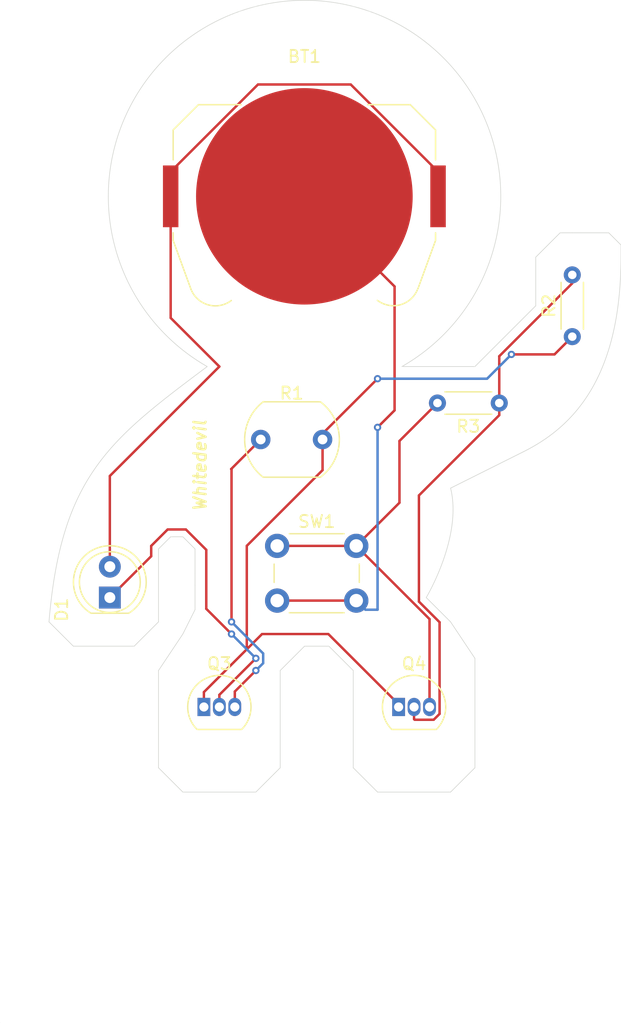
<source format=kicad_pcb>
(kicad_pcb (version 20241229) (generator "pcbnew") (generator_version "9.0")
  (layers (0 "F.Cu" signal) (2 "B.Cu" signal) (13 "F.Paste" user) (15 "B.Paste" user) (5 "F.SilkS" user "F.Silkscreen") (7 "B.SilkS" user "B.Silkscreen") (1 "F.Mask" user) (3 "B.Mask" user) (25 "Edge.Cuts" user))
  (net 0 "")
  (net 1 "Net-(BT1-+)")
  (net 2 "Net-(D1-K)")
  (net 3 "Net-(BT1--)")
  (net 4 "Net-(Q3-C)")
  (net 5 "Net-(Q3-E)")
  (net 6 "Net-(Q4-C)")
  (net 7 "Net-(Q4-B)")
  (footprint "Package_TO_SOT_THT:TO-92_Inline" (layer "F.Cu") (at 147.73 108)
    (property "Reference" "Q3" (at 1.27 -3.56 0) (layer "F.SilkS"))
    (property "Value" "2N3904")
    (fp_line (start -0.53 1.85) (end 3.07 1.85) (stroke (width 0.12)) (layer "F.SilkS"))
    (fp_arc (start -0.568478 1.838478) (mid -1.132087 -0.994977) (end 1.27 -2.6) (stroke (width 0.12)) (layer "F.SilkS"))
    (fp_arc (start 1.27 -2.6) (mid 3.672087 -0.994977) (end 3.108478 1.838478) (stroke (width 0.12)) (layer "F.SilkS"))
    (pad "1" thru_hole rect (at 0 0) (size 1.05 1.5) (drill 0.75) (layers "*.Cu" "*.Mask") (net 5 "Net-(Q3-E)"))
    (pad "2" thru_hole oval (at 1.27 0) (size 1.05 1.5) (drill 0.75) (layers "*.Cu" "*.Mask") (net 2 "Net-(D1-K)"))
    (pad "3" thru_hole oval (at 2.54 0) (size 1.05 1.5) (drill 0.75) (layers "*.Cu" "*.Mask") (net 4 "Net-(Q3-C)"))
  )
  (footprint "Resistor_THT:R_Axial_DIN0204_L3.6mm_D1.6mm_P5.08mm_Horizontal" (layer "F.Cu") (at 172 83 180)
    (property "Reference" "R3" (at 2.54 -1.92 0) (layer "F.SilkS"))
    (property "Value" "R")
    (fp_line (start 0.62 0.92) (end 4.46 0.92) (stroke (width 0.12)) (layer "F.SilkS"))
    (fp_line (start 0.62 -0.92) (end 4.46 -0.92) (stroke (width 0.12)) (layer "F.SilkS"))
    (pad "1" thru_hole circle (at 0 0 180) (size 1.4 1.4) (drill 0.7) (layers "*.Cu" "*.Mask") (net 7 "Net-(Q4-B)"))
    (pad "2" thru_hole oval (at 5.08 0 180) (size 1.4 1.4) (drill 0.7) (layers "*.Cu" "*.Mask") (net 6 "Net-(Q4-C)"))
  )
  (footprint "LED_THT:LED_D5.0mm" (layer "F.Cu") (at 140 99 90)
    (property "Reference" "D1" (at -1 -3.96 90) (layer "F.SilkS"))
    (property "Value" "LED")
    (fp_line (start -1.29 -1.545) (end -1.29 1.545) (stroke (width 0.12)) (layer "F.SilkS"))
    (fp_arc (start -1.29 -1.54483) (mid 2.071756 -2.880501) (end 4.26 -0.000048) (stroke (width 0.12)) (layer "F.SilkS"))
    (fp_arc (start 4.26 0.000048) (mid 2.071756 2.880501) (end -1.29 1.54483) (stroke (width 0.12)) (layer "F.SilkS"))
    (fp_circle (center 1.27 0) (end 3.77 0) (stroke (width 0.12)) (fill no) (layer "F.SilkS"))
    (pad "1" thru_hole rect (at 0 0 90) (size 1.8 1.8) (drill 0.9) (layers "*.Cu" "*.Mask") (net 2 "Net-(D1-K)"))
    (pad "2" thru_hole circle (at 2.54 0 90) (size 1.8 1.8) (drill 0.9) (layers "*.Cu" "*.Mask") (net 1 "Net-(BT1-+)"))
  )
  (footprint "Resistor_THT:R_Axial_DIN0204_L3.6mm_D1.6mm_P5.08mm_Horizontal" (layer "F.Cu") (at 178 77.54 90)
    (property "Reference" "R2" (at 2.54 -1.92 90) (layer "F.SilkS"))
    (property "Value" "R")
    (fp_line (start 0.62 -0.92) (end 4.46 -0.92) (stroke (width 0.12)) (layer "F.SilkS"))
    (fp_line (start 0.62 0.92) (end 4.46 0.92) (stroke (width 0.12)) (layer "F.SilkS"))
    (pad "1" thru_hole circle (at 0 0 90) (size 1.4 1.4) (drill 0.7) (layers "*.Cu" "*.Mask") (net 5 "Net-(Q3-E)"))
    (pad "2" thru_hole oval (at 5.08 0 90) (size 1.4 1.4) (drill 0.7) (layers "*.Cu" "*.Mask") (net 7 "Net-(Q4-B)"))
  )
  (footprint "Button_Switch_THT:SW_PUSH_6mm" (layer "F.Cu") (at 153.75 94.75)
    (property "Reference" "SW1" (at 3.25 -2 0) (layer "F.SilkS"))
    (property "Value" "SW_DIP_x01")
    (fp_line (start -0.25 1.5) (end -0.25 3) (stroke (width 0.12)) (layer "F.SilkS"))
    (fp_line (start 1 5.5) (end 5.5 5.5) (stroke (width 0.12)) (layer "F.SilkS"))
    (fp_line (start 5.5 -1) (end 1 -1) (stroke (width 0.12)) (layer "F.SilkS"))
    (fp_line (start 6.75 3) (end 6.75 1.5) (stroke (width 0.12)) (layer "F.SilkS"))
    (pad "1" thru_hole circle (at 0 0 90) (size 2 2) (drill 1.1) (layers "*.Cu" "*.Mask") (net 6 "Net-(Q4-C)"))
    (pad "1" thru_hole circle (at 6.5 0 90) (size 2 2) (drill 1.1) (layers "*.Cu" "*.Mask") (net 6 "Net-(Q4-C)"))
    (pad "2" thru_hole circle (at 0 4.5 90) (size 2 2) (drill 1.1) (layers "*.Cu" "*.Mask") (net 3 "Net-(BT1--)"))
    (pad "2" thru_hole circle (at 6.5 4.5 90) (size 2 2) (drill 1.1) (layers "*.Cu" "*.Mask") (net 3 "Net-(BT1--)"))
  )
  (footprint "OptoDevice:R_LDR_7x6mm_P5.1mm_Vertical" (layer "F.Cu") (at 152.4 86)
    (property "Reference" "R1" (at 2.54 -3.81 0) (layer "F.SilkS"))
    (property "Value" "LDR03")
    (fp_line (start 0.2 -3.1) (end 4.9 -3.1) (stroke (width 0.12)) (layer "F.SilkS"))
    (fp_line (start 0.2 3.1) (end 4.9 3.1) (stroke (width 0.12)) (layer "F.SilkS"))
    (fp_arc (start 0.2 3.1) (mid -1.320423 -0.016888) (end 0.226796 -3.120561) (stroke (width 0.12)) (layer "F.SilkS"))
    (fp_arc (start 4.9 -3.1) (mid 6.460049 0.00492) (end 4.89209 3.105853) (stroke (width 0.12)) (layer "F.SilkS"))
    (pad "1" thru_hole circle (at 0 0) (size 1.6 1.6) (drill 0.8) (layers "*.Cu" "*.Mask") (net 4 "Net-(Q3-C)"))
    (pad "2" thru_hole circle (at 5.08 0) (size 1.6 1.6) (drill 0.8) (layers "*.Cu" "*.Mask") (net 5 "Net-(Q3-E)"))
  )
  (footprint "Battery:BatteryHolder_Keystone_3034_1x20mm" (layer "F.Cu") (at 155.985 66)
    (property "Reference" "BT1" (at 0 -11.5 0) (layer "F.SilkS"))
    (property "Value" "Battery_Cell")
    (fp_line (start -10.78 -5.46) (end -10.78 -3) (stroke (width 0.12)) (layer "F.SilkS"))
    (fp_line (start -10.78 3) (end -10.78 3.63) (stroke (width 0.12)) (layer "F.SilkS"))
    (fp_line (start -10.78 3.63) (end -9.34 7.58) (stroke (width 0.12)) (layer "F.SilkS"))
    (fp_line (start -8.7 -7.54) (end -10.78 -5.46) (stroke (width 0.12)) (layer "F.SilkS"))
    (fp_line (start -5.2 -7.54) (end -8.7 -7.54) (stroke (width 0.12)) (layer "F.SilkS"))
    (fp_line (start 8.7 -7.54) (end 5.2 -7.54) (stroke (width 0.12)) (layer "F.SilkS"))
    (fp_line (start 8.7 -7.54) (end 10.78 -5.46) (stroke (width 0.12)) (layer "F.SilkS"))
    (fp_line (start 10.78 -5.46) (end 10.78 -3) (stroke (width 0.12)) (layer "F.SilkS"))
    (fp_line (start 10.78 3) (end 10.78 3.63) (stroke (width 0.12)) (layer "F.SilkS"))
    (fp_line (start 10.78 3.63) (end 9.34 7.58) (stroke (width 0.12)) (layer "F.SilkS"))
    (fp_arc (start -6.003354 8.56653) (mid -7.921654 8.918738) (end -9.34 7.58) (stroke (width 0.12)) (layer "F.SilkS"))
    (fp_arc (start 9.325243 7.588169) (mid 7.90634 8.911668) (end 6 8.55) (stroke (width 0.12)) (layer "F.SilkS"))
    (pad "1" smd rect (at -10.985 0) (size 1.27 5.08) (layers "F.Cu" "F.Mask" "F.Paste") (net 1 "Net-(BT1-+)"))
    (pad "1" smd rect (at 10.985 0) (size 1.27 5.08) (layers "F.Cu" "F.Mask" "F.Paste") (net 1 "Net-(BT1-+)"))
    (pad "2" smd circle (at 0 0) (size 17.8 17.8) (layers "F.Cu" "F.Mask") (net 3 "Net-(BT1--)"))
  )
  (footprint "Package_TO_SOT_THT:TO-92_Inline" (layer "F.Cu") (at 163.73 108)
    (property "Reference" "Q4" (at 1.27 -3.56 0) (layer "F.SilkS"))
    (property "Value" "2N3904")
    (fp_line (start -0.53 1.85) (end 3.07 1.85) (stroke (width 0.12)) (layer "F.SilkS"))
    (fp_arc (start -0.568478 1.838478) (mid -1.132087 -0.994977) (end 1.27 -2.6) (stroke (width 0.12)) (layer "F.SilkS"))
    (fp_arc (start 1.27 -2.6) (mid 3.672087 -0.994977) (end 3.108478 1.838478) (stroke (width 0.12)) (layer "F.SilkS"))
    (pad "1" thru_hole rect (at 0 0) (size 1.05 1.5) (drill 0.75) (layers "*.Cu" "*.Mask") (net 5 "Net-(Q3-E)"))
    (pad "2" thru_hole oval (at 1.27 0) (size 1.05 1.5) (drill 0.75) (layers "*.Cu" "*.Mask") (net 7 "Net-(Q4-B)"))
    (pad "3" thru_hole oval (at 2.54 0) (size 1.05 1.5) (drill 0.75) (layers "*.Cu" "*.Mask") (net 6 "Net-(Q4-C)"))
  )
  (gr_line (start 170 104) (end 170 113) (stroke (width 0.05)) (layer "Edge.Cuts"))
  (gr_line (start 146 115) (end 152 115) (stroke (width 0.05)) (layer "Edge.Cuts"))
  (gr_arc (start 148 80) (mid 156 49.875485) (end 164 79.999999) (stroke (width 0.05)) (layer "Edge.Cuts"))
  (gr_line (start 169 80) (end 167.649111 80) (stroke (width 0.05)) (layer "Edge.Cuts"))
  (gr_line (start 170 80) (end 169 80) (stroke (width 0.05)) (layer "Edge.Cuts"))
  (gr_line (start 144 95) (end 145 94) (stroke (width 0.05)) (layer "Edge.Cuts"))
  (gr_line (start 174 76) (end 172 78) (stroke (width 0.05)) (layer "Edge.Cuts"))
  (gr_line (start 137 103) (end 142 103) (stroke (width 0.05)) (layer "Edge.Cuts"))
  (gr_line (start 182 71) (end 182 70) (stroke (width 0.05)) (layer "Edge.Cuts"))
  (gr_line (start 181 69) (end 178 69) (stroke (width 0.05)) (layer "Edge.Cuts"))
  (gr_line (start 158 103) (end 160 105) (stroke (width 0.05)) (layer "Edge.Cuts"))
  (gr_line (start 147 98) (end 147 100) (stroke (width 0.05)) (layer "Edge.Cuts"))
  (gr_line (start 152 115) (end 154 113) (stroke (width 0.05)) (layer "Edge.Cuts"))
  (gr_line (start 154 113) (end 154 105) (stroke (width 0.05)) (layer "Edge.Cuts"))
  (gr_line (start 172 78) (end 170 80) (stroke (width 0.05)) (layer "Edge.Cuts"))
  (gr_line (start 147 97) (end 147 98) (stroke (width 0.05)) (layer "Edge.Cuts"))
  (gr_line (start 176 70) (end 175 71) (stroke (width 0.05)) (layer "Edge.Cuts"))
  (gr_line (start 155 104) (end 156 103) (stroke (width 0.05)) (layer "Edge.Cuts"))
  (gr_line (start 160 113) (end 162 115) (stroke (width 0.05)) (layer "Edge.Cuts"))
  (gr_curve (pts (xy 131 134) (xy 131 134) (xy 131 134) (xy 131 134)) (stroke (width 0.05)) (layer "Edge.Cuts"))
  (gr_curve (pts (xy 168 90) (xy 169 94) (xy 166 99) (xy 166 99)) (stroke (width 0.05)) (layer "Edge.Cuts"))
  (gr_line (start 175 71) (end 175 75) (stroke (width 0.05)) (layer "Edge.Cuts"))
  (gr_line (start 175 75) (end 174 76) (stroke (width 0.05)) (layer "Edge.Cuts"))
  (gr_line (start 142 103) (end 144 101) (stroke (width 0.05)) (layer "Edge.Cuts"))
  (gr_line (start 182 70) (end 181 69) (stroke (width 0.05)) (layer "Edge.Cuts"))
  (gr_curve (pts (xy 174 87) (xy 168 90) (xy 168 90) (xy 168 90)) (stroke (width 0.05)) (layer "Edge.Cuts"))
  (gr_line (start 144 105) (end 144 113) (stroke (width 0.05)) (layer "Edge.Cuts"))
  (gr_line (start 135 101) (end 137 103) (stroke (width 0.05)) (layer "Edge.Cuts"))
  (gr_line (start 147 95) (end 147 97) (stroke (width 0.05)) (layer "Edge.Cuts"))
  (gr_curve (pts (xy 182 71) (xy 182 81) (xy 178 85) (xy 174 87)) (stroke (width 0.05)) (layer "Edge.Cuts"))
  (gr_line (start 146 102) (end 144 105) (stroke (width 0.05)) (layer "Edge.Cuts"))
  (gr_line (start 160 113) (end 160 105) (stroke (width 0.05)) (layer "Edge.Cuts"))
  (gr_line (start 156 103) (end 158 103) (stroke (width 0.05)) (layer "Edge.Cuts"))
  (gr_line (start 178 69) (end 177 69) (stroke (width 0.05)) (layer "Edge.Cuts"))
  (gr_line (start 170 104) (end 168 101) (stroke (width 0.05)) (layer "Edge.Cuts"))
  (gr_curve (pts (xy 148 80) (xy 140 86) (xy 136 89) (xy 135 101)) (stroke (width 0.05)) (layer "Edge.Cuts"))
  (gr_line (start 162 115) (end 168 115) (stroke (width 0.05)) (layer "Edge.Cuts"))
  (gr_line (start 166 99) (end 168 101) (stroke (width 0.05)) (layer "Edge.Cuts"))
  (gr_line (start 146 94) (end 147 95) (stroke (width 0.05)) (layer "Edge.Cuts"))
  (gr_line (start 144 113) (end 146 115) (stroke (width 0.05)) (layer "Edge.Cuts"))
  (gr_line (start 167.649111 80) (end 164 80) (stroke (width 0.05)) (layer "Edge.Cuts"))
  (gr_line (start 154 105) (end 155 104) (stroke (width 0.05)) (layer "Edge.Cuts"))
  (gr_line (start 147 100) (end 146 102) (stroke (width 0.05)) (layer "Edge.Cuts"))
  (gr_line (start 177 69) (end 176 70) (stroke (width 0.05)) (layer "Edge.Cuts"))
  (gr_line (start 144 101) (end 144 95) (stroke (width 0.05)) (layer "Edge.Cuts"))
  (gr_line (start 170 113) (end 168 115) (stroke (width 0.05)) (layer "Edge.Cuts"))
  (gr_line (start 145 94) (end 146 94) (stroke (width 0.05)) (layer "Edge.Cuts"))
  (gr_text "Whitedevil" (at 148 92 90) (layer "F.SilkS") (effects (font (size 1 1) (thickness 0.2) (bold yes) (italic yes)) (justify left bottom)))
  (segment (start 145 76) (end 145 66) (width 0.2) (layer "F.Cu") (net 1))
  (segment (start 149 80) (end 145 76) (width 0.2) (layer "F.Cu") (net 1))
  (segment (start 166.97 63.972821) (end 159.796179 56.799) (width 0.2) (layer "F.Cu") (net 1))
  (segment (start 166.97 66) (end 166.97 63.972821) (width 0.2) (layer "F.Cu") (net 1))
  (segment (start 140 89) (end 140 96.46) (width 0.2) (layer "F.Cu") (net 1))
  (segment (start 145 63.972821) (end 145 66) (width 0.2) (layer "F.Cu") (net 1))
  (segment (start 152.173821 56.799) (end 145 63.972821) (width 0.2) (layer "F.Cu") (net 1))
  (segment (start 140 89) (end 149 80) (width 0.2) (layer "F.Cu") (net 1))
  (segment (start 159.796179 56.799) (end 152.173821 56.799) (width 0.2) (layer "F.Cu") (net 1))
  (segment (start 144.751058 93.399) (end 143.399 94.751058) (width 0.2) (layer "F.Cu") (net 2))
  (segment (start 147.924971 95.075029) (end 147.924971 99.924971) (width 0.2) (layer "F.Cu") (net 2))
  (segment (start 149 107) (end 149 108) (width 0.2) (layer "F.Cu") (net 2))
  (segment (start 146.248942 93.399) (end 147.924971 95.075029) (width 0.2) (layer "F.Cu") (net 2))
  (segment (start 152 104) (end 149 107) (width 0.2) (layer "F.Cu") (net 2))
  (segment (start 143.399 94.751058) (end 143.399 95.601) (width 0.2) (layer "F.Cu") (net 2))
  (segment (start 143.399 95.601) (end 140 99) (width 0.2) (layer "F.Cu") (net 2))
  (segment (start 144.751058 93.399) (end 146.248942 93.399) (width 0.2) (layer "F.Cu") (net 2))
  (segment (start 147.924971 99.924971) (end 150 102) (width 0.2) (layer "F.Cu") (net 2))
  (via blind (at 152 104) (size 0.6) (drill 0.3) (layers "F.Cu" "B.Cu") (net 2))
  (via blind (at 150 102) (size 0.6) (drill 0.3) (layers "F.Cu" "B.Cu") (net 2))
  (segment (start 150 102) (end 152 104) (width 0.2) (layer "B.Cu") (net 2))
  (segment (start 163.399 83.601) (end 163.399 73.414) (width 0.2) (layer "F.Cu") (net 3))
  (segment (start 162 85) (end 163.399 83.601) (width 0.2) (layer "F.Cu") (net 3))
  (segment (start 160.25 99.25) (end 153.75 99.25) (width 0.2) (layer "F.Cu") (net 3))
  (segment (start 163.399 73.414) (end 155.985 66) (width 0.2) (layer "F.Cu") (net 3))
  (via blind (at 162 85) (size 0.6) (drill 0.3) (layers "F.Cu" "B.Cu") (net 3))
  (segment (start 161 100) (end 160.25 99.25) (width 0.2) (layer "B.Cu") (net 3))
  (segment (start 162 100) (end 162 85) (width 0.2) (layer "B.Cu") (net 3))
  (segment (start 162 100) (end 161 100) (width 0.2) (layer "B.Cu") (net 3))
  (segment (start 150 101) (end 150 88.46) (width 0.2) (layer "F.Cu") (net 4))
  (segment (start 150.27 108) (end 150.27 106.73) (width 0.2) (layer "F.Cu") (net 4))
  (segment (start 152.4 86) (end 149.97 88.43) (width 0.2) (layer "F.Cu") (net 4))
  (segment (start 150.27 106.73) (end 152 105) (width 0.2) (layer "F.Cu") (net 4))
  (segment (start 150 88.46) (end 149.97 88.43) (width 0.2) (layer "F.Cu") (net 4))
  (via blind (at 152 105) (size 0.6) (drill 0.3) (layers "F.Cu" "B.Cu") (net 4))
  (via blind (at 150 101) (size 0.6) (drill 0.3) (layers "F.Cu" "B.Cu") (net 4))
  (segment (start 152 105) (end 152.601 104.399) (width 0.2) (layer "B.Cu") (net 4))
  (segment (start 152.601 103.601) (end 150 101) (width 0.2) (layer "B.Cu") (net 4))
  (segment (start 152.601 104.399) (end 152.601 103.601) (width 0.2) (layer "B.Cu") (net 4))
  (segment (start 152.508 102) (end 151.254 103.254) (width 0.2) (layer "F.Cu") (net 5))
  (segment (start 147.73 106.778) (end 147.73 108) (width 0.2) (layer "F.Cu") (net 5))
  (segment (start 163.73 108) (end 163.73 107.775) (width 0.2) (layer "F.Cu") (net 5))
  (segment (start 157.48 86) (end 157.48 88.52) (width 0.2) (layer "F.Cu") (net 5))
  (segment (start 157.48 85.52) (end 162 81) (width 0.2) (layer "F.Cu") (net 5))
  (segment (start 163.73 107.775) (end 157.955 102) (width 0.2) (layer "F.Cu") (net 5))
  (segment (start 176.54 79) (end 173 79) (width 0.2) (layer "F.Cu") (net 5))
  (segment (start 178 77.54) (end 176.54 79) (width 0.2) (layer "F.Cu") (net 5))
  (segment (start 151.254 94.746) (end 151.254 103.254) (width 0.2) (layer "F.Cu") (net 5))
  (segment (start 157.48 88.52) (end 151.254 94.746) (width 0.2) (layer "F.Cu") (net 5))
  (segment (start 157.48 86) (end 157.48 85.52) (width 0.2) (layer "F.Cu") (net 5))
  (segment (start 157.955 102) (end 152.508 102) (width 0.2) (layer "F.Cu") (net 5))
  (segment (start 151.254 103.254) (end 147.73 106.778) (width 0.2) (layer "F.Cu") (net 5))
  (via blind (at 162 81) (size 0.6) (drill 0.3) (layers "F.Cu" "B.Cu") (net 5))
  (via blind (at 173 79) (size 0.6) (drill 0.3) (layers "F.Cu" "B.Cu") (net 5))
  (segment (start 171 81) (end 162 81) (width 0.2) (layer "B.Cu") (net 5))
  (segment (start 173 79) (end 171 81) (width 0.2) (layer "B.Cu") (net 5))
  (segment (start 166.27 108) (end 166.27 100.77) (width 0.2) (layer "F.Cu") (net 6))
  (segment (start 166.92 83) (end 163.8 86.12) (width 0.2) (layer "F.Cu") (net 6))
  (segment (start 166.27 100.77) (end 160.25 94.75) (width 0.2) (layer "F.Cu") (net 6))
  (segment (start 160.25 94.75) (end 163.8 91.2) (width 0.2) (layer "F.Cu") (net 6))
  (segment (start 163.8 91.2) (end 163.8 86.12) (width 0.2) (layer "F.Cu") (net 6))
  (segment (start 160.25 94.75) (end 153.75 94.75) (width 0.2) (layer "F.Cu") (net 6))
  (segment (start 172 84) (end 165.399 90.601) (width 0.2) (layer "F.Cu") (net 7))
  (segment (start 165.399 99.3319) (end 167.096 101.0289) (width 0.2) (layer "F.Cu") (net 7))
  (segment (start 167.096 101.0289) (end 167.096 108.56714) (width 0.2) (layer "F.Cu") (net 7))
  (segment (start 167.096 108.56714) (end 166.61214 109.051) (width 0.2) (layer "F.Cu") (net 7))
  (segment (start 166.61214 109.051) (end 165.051 109.051) (width 0.2) (layer "F.Cu") (net 7))
  (segment (start 165.051 109.051) (end 165 109) (width 0.2) (layer "F.Cu") (net 7))
  (segment (start 165 109) (end 165 108) (width 0.2) (layer "F.Cu") (net 7))
  (segment (start 178 73.150057) (end 172 79.150057) (width 0.2) (layer "F.Cu") (net 7))
  (segment (start 165.399 90.601) (end 165.399 99.3319) (width 0.2) (layer "F.Cu") (net 7))
  (segment (start 172 83) (end 172 84) (width 0.2) (layer "F.Cu") (net 7))
  (segment (start 172 79.150057) (end 172 83) (width 0.2) (layer "F.Cu") (net 7))
  (segment (start 178 72.46) (end 178 73.150057) (width 0.2) (layer "F.Cu") (net 7))
)
</source>
